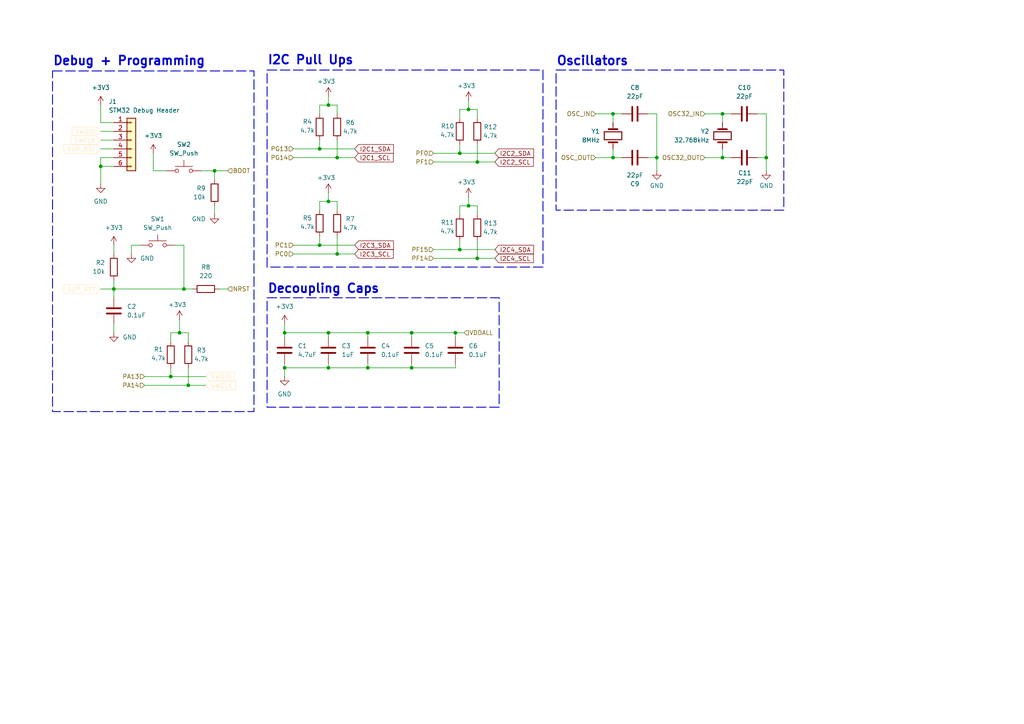
<source format=kicad_sch>
(kicad_sch (version 20250114) (generator "eeschema") (generator_version "9.0")
  (paper "A4")
  (title_block (title "HRVSTR") (date "2025-07-13") (rev "V1.0") (company "Smuggr"))
  (lib_symbols
    (symbol "Connector_Generic:Conn_01x06" (pin_names (offset 1.016) (hide yes))
      (property "Reference" "J" (at 0 7.62 0))
      (property "Value" "Conn_01x06" (at 0 -10.16 0))
      (symbol "Conn_01x06_1_1"
        (rectangle (start -1.27 6.35) (end 1.27 -8.89) (stroke (width 0.254)) (fill (type background)))
        (rectangle (start -1.27 5.207) (end 0 4.953) (stroke (width 0.1524)))
        (rectangle (start -1.27 2.667) (end 0 2.413) (stroke (width 0.1524)))
        (rectangle (start -1.27 0.127) (end 0 -0.127) (stroke (width 0.1524)))
        (rectangle (start -1.27 -2.413) (end 0 -2.667) (stroke (width 0.1524)))
        (rectangle (start -1.27 -4.953) (end 0 -5.207) (stroke (width 0.1524)))
        (rectangle (start -1.27 -7.493) (end 0 -7.747) (stroke (width 0.1524)))
        (pin passive line (at -5.08 5.08 0) (length 3.81) (name "Pin_1") (number "1"))
        (pin passive line (at -5.08 2.54 0) (length 3.81) (name "Pin_2") (number "2"))
        (pin passive line (at -5.08 0 0) (length 3.81) (name "Pin_3") (number "3"))
        (pin passive line (at -5.08 -2.54 0) (length 3.81) (name "Pin_4") (number "4"))
        (pin passive line (at -5.08 -5.08 0) (length 3.81) (name "Pin_5") (number "5"))
        (pin passive line (at -5.08 -7.62 0) (length 3.81) (name "Pin_6") (number "6"))
      )
    )
    (symbol "Device:C" (pin_numbers (hide yes)) (pin_names (offset 0.254))
      (property "Reference" "C" (at 0.635 2.54 0))
      (property "Value" "C" (at 0.635 -2.54 0))
      (symbol "C_0_1"
        (polyline (pts (xy -2.032 0.762) (xy 2.032 0.762)) (stroke (width 0.508)))
        (polyline (pts (xy -2.032 -0.762) (xy 2.032 -0.762)) (stroke (width 0.508)))
      )
      (symbol "C_1_1"
        (pin passive line (at 0 3.81 270) (length 2.794) (name "~") (number "1"))
        (pin passive line (at 0 -3.81 90) (length 2.794) (name "~") (number "2"))
      )
    )
    (symbol "Device:Crystal" (pin_numbers (hide yes)) (pin_names (offset 1.016) (hide yes))
      (property "Reference" "Y" (at 0 3.81 0))
      (property "Value" "Crystal" (at 0 -3.81 0))
      (symbol "Crystal_0_1"
        (polyline (pts (xy -2.54 0) (xy -1.905 0)))
        (polyline (pts (xy -1.905 -1.27) (xy -1.905 1.27)) (stroke (width 0.508)))
        (rectangle (start -1.143 2.54) (end 1.143 -2.54) (stroke (width 0.3048)))
        (polyline (pts (xy 1.905 -1.27) (xy 1.905 1.27)) (stroke (width 0.508)))
        (polyline (pts (xy 2.54 0) (xy 1.905 0)))
      )
      (symbol "Crystal_1_1"
        (pin passive line (at -3.81 0 0) (length 1.27) (name "1") (number "1"))
        (pin passive line (at 3.81 0 180) (length 1.27) (name "2") (number "2"))
      )
    )
    (symbol "Device:R" (pin_numbers (hide yes)) (pin_names (offset 0))
      (property "Reference" "R" (at 2.032 0 90))
      (property "Value" "R" (at 0 0 90))
      (symbol "R_0_1"
        (rectangle (start -1.016 -2.54) (end 1.016 2.54) (stroke (width 0.254)))
      )
      (symbol "R_1_1"
        (pin passive line (at 0 3.81 270) (length 1.27) (name "~") (number "1"))
        (pin passive line (at 0 -3.81 90) (length 1.27) (name "~") (number "2"))
      )
    )
    (symbol "Switch:SW_Push" (pin_numbers (hide yes)) (pin_names (offset 1.016) (hide yes))
      (property "Reference" "SW" (at 1.27 2.54 0))
      (property "Value" "SW_Push" (at 0 -1.524 0))
      (symbol "SW_Push_0_1"
        (circle (center -2.032 0) (radius 0.508))
        (polyline (pts (xy 0 1.27) (xy 0 3.048)))
        (circle (center 2.032 0) (radius 0.508))
        (polyline (pts (xy 2.54 1.27) (xy -2.54 1.27)))
        (pin passive line (at -5.08 0 0) (length 2.54) (name "1") (number "1"))
        (pin passive line (at 5.08 0 180) (length 2.54) (name "2") (number "2"))
      )
    )
    (symbol "power:+3V3" (power) (pin_numbers (hide yes)) (pin_names (offset 0) (hide yes))
      (property "Value" "+3V3" (at 0 3.556 0))
      (symbol "+3V3_0_1"
        (polyline (pts (xy -0.762 1.27) (xy 0 2.54)))
        (polyline (pts (xy 0 2.54) (xy 0.762 1.27)))
        (polyline (pts (xy 0 0) (xy 0 2.54)))
      )
      (symbol "+3V3_1_1"
        (pin power_in line (at 0 0 90) (length 0) (name "~") (number "1"))
      )
    )
    (symbol "power:GND" (power) (pin_numbers (hide yes)) (pin_names (offset 0) (hide yes))
      (property "Value" "GND" (at 0 -3.81 0))
      (symbol "GND_0_1"
        (polyline (pts (xy 0 0) (xy 0 -1.27) (xy 1.27 -1.27) (xy 0 -2.54) (xy -1.27 -1.27) (xy 0 -1.27)))
      )
      (symbol "GND_1_1"
        (pin power_in line (at 0 0 270) (length 0) (name "~") (number "1"))
      )
    )
  )
  (rectangle (start 15.24 20.574) (end 73.66 119.38) (stroke (width 0.254) (type dash)))
  (rectangle (start 161.29 20.32) (end 227.33 60.96) (stroke (width 0.254) (type dash)))
  (rectangle (start 77.47 20.32) (end 157.48 77.47) (stroke (width 0.254) (type dash)))
  (rectangle (start 77.47 86.36) (end 144.78 118.11) (stroke (width 0.254) (type dash)))
  (text "Decoupling Caps" (at 77.47 83.82 0) (effects (font (size 2.54 2.54) (thickness 0.508) (bold yes)) (justify left)))
  (text "I2C Pull Ups" (at 77.47 17.526 0) (effects (font (size 2.54 2.54) (thickness 0.508) (bold yes)) (justify left)))
  (text "Debug + Programming" (at 15.24 17.78 0) (effects (font (size 2.54 2.54) (thickness 0.508) (bold yes)) (justify left)))
  (text "Oscillators" (at 161.29 17.78 0) (effects (font (size 2.54 2.54) (thickness 0.508) (bold yes)) (justify left)))
  (junction (at 95.25 96.52))
  (junction (at 52.07 96.52))
  (junction (at 132.08 96.52))
  (junction (at 133.35 44.45))
  (junction (at 95.25 106.68))
  (junction (at 49.53 109.22))
  (junction (at 82.55 106.68))
  (junction (at 135.89 31.75))
  (junction (at 119.38 96.52))
  (junction (at 92.71 43.18))
  (junction (at 177.8 45.72))
  (junction (at 82.55 96.52))
  (junction (at 97.79 73.66))
  (junction (at 138.43 74.93))
  (junction (at 135.89 59.69))
  (junction (at 54.61 111.76))
  (junction (at 106.68 96.52))
  (junction (at 29.21 48.26))
  (junction (at 62.23 49.53))
  (junction (at 190.5 45.72))
  (junction (at 95.25 30.48))
  (junction (at 177.8 33.02))
  (junction (at 106.68 106.68))
  (junction (at 209.55 33.02))
  (junction (at 138.43 46.99))
  (junction (at 92.71 71.12))
  (junction (at 119.38 106.68))
  (junction (at 209.55 45.72))
  (junction (at 95.25 58.42))
  (junction (at 222.25 45.72))
  (junction (at 97.79 45.72))
  (junction (at 33.02 83.82))
  (junction (at 133.35 72.39))
  (junction (at 53.34 83.82))
  (wire (pts (xy 52.07 92.71) (xy 52.07 96.52)))
  (wire (pts (xy 138.43 59.69) (xy 138.43 62.23)))
  (wire (pts (xy 97.79 30.48) (xy 95.25 30.48)))
  (wire (pts (xy 138.43 69.85) (xy 138.43 74.93)))
  (wire (pts (xy 95.25 30.48) (xy 92.71 30.48)))
  (wire (pts (xy 97.79 40.64) (xy 97.79 45.72)))
  (wire (pts (xy 95.25 27.94) (xy 95.25 30.48)))
  (wire (pts (xy 143.51 46.99) (xy 138.43 46.99)))
  (wire (pts (xy 52.07 96.52) (xy 49.53 96.52)))
  (wire (pts (xy 209.55 35.56) (xy 209.55 33.02)))
  (wire (pts (xy 106.68 105.41) (xy 106.68 106.68)))
  (wire (pts (xy 135.89 57.15) (xy 135.89 59.69)))
  (wire (pts (xy 138.43 59.69) (xy 135.89 59.69)))
  (wire (pts (xy 132.08 105.41) (xy 132.08 106.68)))
  (wire (pts (xy 54.61 96.52) (xy 52.07 96.52)))
  (wire (pts (xy 48.26 49.53) (xy 44.45 49.53)))
  (wire (pts (xy 95.25 96.52) (xy 82.55 96.52)))
  (wire (pts (xy 97.79 30.48) (xy 97.79 33.02)))
  (wire (pts (xy 82.55 96.52) (xy 82.55 97.79)))
  (wire (pts (xy 63.5 83.82) (xy 66.04 83.82)))
  (wire (pts (xy 102.87 73.66) (xy 97.79 73.66)))
  (wire (pts (xy 102.87 45.72) (xy 97.79 45.72)))
  (wire (pts (xy 133.35 31.75) (xy 133.35 34.29)))
  (wire (pts (xy 29.21 38.1) (xy 33.02 38.1)))
  (wire (pts (xy 44.45 44.45) (xy 44.45 49.53)))
  (wire (pts (xy 172.72 45.72) (xy 177.8 45.72)))
  (wire (pts (xy 177.8 43.18) (xy 177.8 45.72)))
  (wire (pts (xy 190.5 33.02) (xy 190.5 45.72)))
  (wire (pts (xy 212.09 45.72) (xy 209.55 45.72)))
  (wire (pts (xy 135.89 59.69) (xy 133.35 59.69)))
  (wire (pts (xy 33.02 93.98) (xy 33.02 96.52)))
  (wire (pts (xy 41.91 111.76) (xy 54.61 111.76)))
  (wire (pts (xy 33.02 83.82) (xy 53.34 83.82)))
  (wire (pts (xy 190.5 33.02) (xy 187.96 33.02)))
  (wire (pts (xy 29.21 43.18) (xy 33.02 43.18)))
  (wire (pts (xy 95.25 58.42) (xy 92.71 58.42)))
  (wire (pts (xy 138.43 41.91) (xy 138.43 46.99)))
  (wire (pts (xy 85.09 73.66) (xy 97.79 73.66)))
  (wire (pts (xy 29.21 83.82) (xy 33.02 83.82)))
  (wire (pts (xy 92.71 71.12) (xy 85.09 71.12)))
  (wire (pts (xy 102.87 71.12) (xy 92.71 71.12)))
  (wire (pts (xy 49.53 106.68) (xy 49.53 109.22)))
  (wire (pts (xy 33.02 81.28) (xy 33.02 83.82)))
  (wire (pts (xy 97.79 58.42) (xy 97.79 60.96)))
  (wire (pts (xy 106.68 97.79) (xy 106.68 96.52)))
  (wire (pts (xy 58.42 49.53) (xy 62.23 49.53)))
  (wire (pts (xy 119.38 96.52) (xy 106.68 96.52)))
  (wire (pts (xy 29.21 30.48) (xy 29.21 35.56)))
  (wire (pts (xy 177.8 35.56) (xy 177.8 33.02)))
  (wire (pts (xy 132.08 97.79) (xy 132.08 96.52)))
  (wire (pts (xy 92.71 30.48) (xy 92.71 33.02)))
  (wire (pts (xy 138.43 31.75) (xy 138.43 34.29)))
  (wire (pts (xy 102.87 43.18) (xy 92.71 43.18)))
  (wire (pts (xy 119.38 97.79) (xy 119.38 96.52)))
  (wire (pts (xy 62.23 59.69) (xy 62.23 62.23)))
  (wire (pts (xy 54.61 96.52) (xy 54.61 99.06)))
  (wire (pts (xy 222.25 33.02) (xy 222.25 45.72)))
  (wire (pts (xy 135.89 29.21) (xy 135.89 31.75)))
  (wire (pts (xy 133.35 44.45) (xy 125.73 44.45)))
  (wire (pts (xy 125.73 74.93) (xy 138.43 74.93)))
  (wire (pts (xy 204.47 33.02) (xy 209.55 33.02)))
  (wire (pts (xy 138.43 31.75) (xy 135.89 31.75)))
  (wire (pts (xy 95.25 97.79) (xy 95.25 96.52)))
  (wire (pts (xy 132.08 96.52) (xy 119.38 96.52)))
  (wire (pts (xy 125.73 46.99) (xy 138.43 46.99)))
  (wire (pts (xy 62.23 49.53) (xy 62.23 52.07)))
  (wire (pts (xy 59.69 109.22) (xy 49.53 109.22)))
  (wire (pts (xy 119.38 105.41) (xy 119.38 106.68)))
  (wire (pts (xy 53.34 71.12) (xy 50.8 71.12)))
  (wire (pts (xy 219.71 33.02) (xy 222.25 33.02)))
  (wire (pts (xy 82.55 93.98) (xy 82.55 96.52)))
  (wire (pts (xy 92.71 68.58) (xy 92.71 71.12)))
  (wire (pts (xy 187.96 45.72) (xy 190.5 45.72)))
  (wire (pts (xy 82.55 106.68) (xy 82.55 109.22)))
  (wire (pts (xy 92.71 43.18) (xy 85.09 43.18)))
  (wire (pts (xy 53.34 83.82) (xy 55.88 83.82)))
  (wire (pts (xy 54.61 106.68) (xy 54.61 111.76)))
  (wire (pts (xy 177.8 33.02) (xy 180.34 33.02)))
  (wire (pts (xy 212.09 33.02) (xy 209.55 33.02)))
  (wire (pts (xy 62.23 49.53) (xy 66.04 49.53)))
  (wire (pts (xy 49.53 109.22) (xy 41.91 109.22)))
  (wire (pts (xy 132.08 106.68) (xy 119.38 106.68)))
  (wire (pts (xy 97.79 68.58) (xy 97.79 73.66)))
  (wire (pts (xy 29.21 35.56) (xy 33.02 35.56)))
  (wire (pts (xy 92.71 40.64) (xy 92.71 43.18)))
  (wire (pts (xy 85.09 45.72) (xy 97.79 45.72)))
  (wire (pts (xy 177.8 45.72) (xy 180.34 45.72)))
  (wire (pts (xy 53.34 71.12) (xy 53.34 83.82)))
  (wire (pts (xy 135.89 31.75) (xy 133.35 31.75)))
  (wire (pts (xy 95.25 55.88) (xy 95.25 58.42)))
  (wire (pts (xy 82.55 105.41) (xy 82.55 106.68)))
  (wire (pts (xy 59.69 111.76) (xy 54.61 111.76)))
  (wire (pts (xy 33.02 83.82) (xy 33.02 86.36)))
  (wire (pts (xy 97.79 58.42) (xy 95.25 58.42)))
  (wire (pts (xy 29.21 45.72) (xy 29.21 48.26)))
  (wire (pts (xy 29.21 40.64) (xy 33.02 40.64)))
  (wire (pts (xy 95.25 106.68) (xy 82.55 106.68)))
  (wire (pts (xy 95.25 105.41) (xy 95.25 106.68)))
  (wire (pts (xy 190.5 45.72) (xy 190.5 49.53)))
  (wire (pts (xy 33.02 71.12) (xy 33.02 73.66)))
  (wire (pts (xy 133.35 41.91) (xy 133.35 44.45)))
  (wire (pts (xy 209.55 43.18) (xy 209.55 45.72)))
  (wire (pts (xy 204.47 45.72) (xy 209.55 45.72)))
  (wire (pts (xy 133.35 69.85) (xy 133.35 72.39)))
  (wire (pts (xy 29.21 53.34) (xy 29.21 48.26)))
  (wire (pts (xy 92.71 58.42) (xy 92.71 60.96)))
  (wire (pts (xy 143.51 72.39) (xy 133.35 72.39)))
  (wire (pts (xy 29.21 48.26) (xy 33.02 48.26)))
  (wire (pts (xy 133.35 72.39) (xy 125.73 72.39)))
  (wire (pts (xy 219.71 45.72) (xy 222.25 45.72)))
  (wire (pts (xy 40.64 71.12) (xy 38.1 71.12)))
  (wire (pts (xy 38.1 71.12) (xy 38.1 73.66)))
  (wire (pts (xy 132.08 96.52) (xy 134.62 96.52)))
  (wire (pts (xy 106.68 96.52) (xy 95.25 96.52)))
  (wire (pts (xy 222.25 45.72) (xy 222.25 49.53)))
  (wire (pts (xy 33.02 45.72) (xy 29.21 45.72)))
  (wire (pts (xy 119.38 106.68) (xy 106.68 106.68)))
  (wire (pts (xy 49.53 96.52) (xy 49.53 99.06)))
  (wire (pts (xy 172.72 33.02) (xy 177.8 33.02)))
  (wire (pts (xy 106.68 106.68) (xy 95.25 106.68)))
  (wire (pts (xy 143.51 44.45) (xy 133.35 44.45)))
  (wire (pts (xy 143.51 74.93) (xy 138.43 74.93)))
  (wire (pts (xy 133.35 59.69) (xy 133.35 62.23)))
  (global_label "SWDIO" (shape input) (at 29.21 38.1 180) (property "Intersheetrefs" "${INTERSHEET_REFS}" (effects (hide yes))))
  (global_label "SWCLK" (shape input) (at 29.21 40.64 180) (property "Intersheetrefs" "${INTERSHEET_REFS}" (effects (hide yes))))
  (global_label "I2C1_SDA" (shape input) (at 102.87 43.18 0) (property "Intersheetrefs" "${INTERSHEET_REFS}" (effects (hide yes))))
  (global_label "SUP_RST" (shape input) (at 29.21 43.18 180) (property "Intersheetrefs" "${INTERSHEET_REFS}" (effects (hide yes))))
  (global_label "I2C4_SCL" (shape input) (at 143.51 74.93 0) (property "Intersheetrefs" "${INTERSHEET_REFS}" (effects (hide yes))))
  (global_label "SWCLK" (shape input) (at 59.69 111.76 0) (property "Intersheetrefs" "${INTERSHEET_REFS}" (effects (hide yes))))
  (global_label "I2C3_SDA" (shape input) (at 102.87 71.12 0) (property "Intersheetrefs" "${INTERSHEET_REFS}" (effects (hide yes))))
  (global_label "I2C2_SCL" (shape input) (at 143.51 46.99 0) (property "Intersheetrefs" "${INTERSHEET_REFS}" (effects (hide yes))))
  (global_label "I2C3_SCL" (shape input) (at 102.87 73.66 0) (property "Intersheetrefs" "${INTERSHEET_REFS}" (effects (hide yes))))
  (global_label "SUP_RST" (shape input) (at 29.21 83.82 180) (property "Intersheetrefs" "${INTERSHEET_REFS}" (effects (hide yes))))
  (global_label "I2C2_SDA" (shape input) (at 143.51 44.45 0) (property "Intersheetrefs" "${INTERSHEET_REFS}" (effects (hide yes))))
  (global_label "SWDIO" (shape input) (at 59.69 109.22 0) (property "Intersheetrefs" "${INTERSHEET_REFS}" (effects (hide yes))))
  (global_label "I2C1_SCL" (shape input) (at 102.87 45.72 0) (property "Intersheetrefs" "${INTERSHEET_REFS}" (effects (hide yes))))
  (global_label "I2C4_SDA" (shape input) (at 143.51 72.39 0) (property "Intersheetrefs" "${INTERSHEET_REFS}" (effects (hide yes))))
  (hierarchical_label "PC1" (shape input) (at 85.09 71.12 180))
  (hierarchical_label "NRST" (shape input) (at 66.04 83.82 0))
  (hierarchical_label "PA14" (shape input) (at 41.91 111.76 180))
  (hierarchical_label "PA13" (shape input) (at 41.91 109.22 180))
  (hierarchical_label "VDDALL" (shape input) (at 134.62 96.52 0))
  (hierarchical_label "BOOT" (shape input) (at 66.04 49.53 0))
  (hierarchical_label "OSC32_IN" (shape input) (at 204.47 33.02 180))
  (hierarchical_label "PC0" (shape input) (at 85.09 73.66 180))
  (hierarchical_label "PG13" (shape input) (at 85.09 43.18 180))
  (hierarchical_label "OSC_OUT" (shape input) (at 172.72 45.72 180))
  (hierarchical_label "PF14" (shape input) (at 125.73 74.93 180))
  (hierarchical_label "PF0" (shape input) (at 125.73 44.45 180))
  (hierarchical_label "PG14" (shape input) (at 85.09 45.72 180))
  (hierarchical_label "OSC32_OUT" (shape input) (at 204.47 45.72 180))
  (hierarchical_label "PF15" (shape input) (at 125.73 72.39 180))
  (hierarchical_label "PF1" (shape input) (at 125.73 46.99 180))
  (hierarchical_label "OSC_IN" (shape input) (at 172.72 33.02 180))
  (symbol (lib_id "Device:C") (at 215.9 33.02 90) (mirror x) (unit 1)
    (property "Reference" "C10" (at 215.9 25.4 90))
    (property "Value" "22pF" (at 215.9 27.94 90))
    (property "Description" "Unpolarized capacitor" (effects (hide yes)))
  )
  (symbol (lib_id "Device:C") (at 215.9 45.72 90) (mirror x) (unit 1)
    (property "Reference" "C11" (at 216.027 50.165 90))
    (property "Value" "22pF" (at 216.027 52.705 90))
    (property "Description" "Unpolarized capacitor" (effects (hide yes)))
  )
  (symbol (lib_id "power:+3V3") (at 95.25 27.94 0) (unit 1)
    (property "Reference" "#PWR06" (effects (hide yes)))
    (property "Value" "+3V3" (at 91.948 23.622 0) (effects (justify left)))
    (property "Description" "Power symbol creates a global label with name \"+3V3\"" (effects (hide yes)))
  )
  (symbol (lib_id "power:GND") (at 33.02 96.52 0) (unit 1)
    (property "Reference" "#PWR05" (effects (hide yes)))
    (property "Value" "GND" (at 35.56 97.7899 0) (effects (justify left)))
    (property "Description" "Power symbol creates a global label with name \"GND\" , ground" (effects (hide yes)))
  )
  (symbol (lib_id "Device:C") (at 119.38 101.6 0) (unit 1)
    (property "Reference" "C5" (at 123.19 100.3299 0) (effects (justify left)))
    (property "Value" "0.1uF" (at 123.19 102.8699 0) (effects (justify left)))
    (property "Description" "Unpolarized capacitor" (effects (hide yes)))
  )
  (symbol (lib_id "power:GND") (at 29.21 53.34 0) (unit 1)
    (property "Reference" "#PWR011" (effects (hide yes)))
    (property "Value" "GND" (at 29.21 58.42 0))
    (property "Description" "Power symbol creates a global label with name \"GND\" , ground" (effects (hide yes)))
  )
  (symbol (lib_id "Device:R") (at 92.71 64.77 0) (mirror x) (unit 1)
    (property "Reference" "R5" (at 89.154 63.246 0))
    (property "Value" "4.7k" (at 89.154 65.786 0))
    (property "Description" "Resistor" (effects (hide yes)))
  )
  (symbol (lib_id "Device:R") (at 59.69 83.82 90) (unit 1)
    (property "Reference" "R8" (at 59.69 77.47 90))
    (property "Value" "220" (at 59.69 80.01 90))
    (property "Description" "Resistor" (effects (hide yes)))
  )
  (symbol (lib_id "Switch:SW_Push") (at 45.72 71.12 0) (unit 1)
    (property "Reference" "SW1" (at 45.72 63.5 0))
    (property "Value" "SW_Push" (at 45.72 66.04 0))
    (property "Description" "Push button switch, generic, two pins" (effects (hide yes)))
  )
  (symbol (lib_id "Device:Crystal") (at 209.55 39.37 90) (unit 1)
    (property "Reference" "Y2" (at 205.74 38.1 90) (effects (justify left)))
    (property "Value" "32.768kHz" (at 205.74 40.64 90) (effects (justify left)))
    (property "Description" "Two pin crystal" (effects (hide yes)))
  )
  (symbol (lib_id "Device:R") (at 33.02 77.47 0) (mirror y) (unit 1)
    (property "Reference" "R2" (at 30.48 76.1999 0) (effects (justify left)))
    (property "Value" "10k" (at 30.48 78.7399 0) (effects (justify left)))
    (property "Description" "Resistor" (effects (hide yes)))
  )
  (symbol (lib_id "Device:R") (at 62.23 55.88 0) (mirror y) (unit 1)
    (property "Reference" "R9" (at 59.69 54.6099 0) (effects (justify left)))
    (property "Value" "10k" (at 59.69 57.1499 0) (effects (justify left)))
    (property "Description" "Resistor" (effects (hide yes)))
  )
  (symbol (lib_id "power:+3V3") (at 135.89 57.15 0) (unit 1)
    (property "Reference" "#PWR014" (effects (hide yes)))
    (property "Value" "+3V3" (at 132.588 52.832 0) (effects (justify left)))
    (property "Description" "Power symbol creates a global label with name \"+3V3\"" (effects (hide yes)))
  )
  (symbol (lib_id "power:GND") (at 222.25 49.53 0) (mirror y) (unit 1)
    (property "Reference" "#PWR017" (effects (hide yes)))
    (property "Value" "GND" (at 220.218 53.848 0) (effects (justify right)))
    (property "Description" "Power symbol creates a global label with name \"GND\" , ground" (effects (hide yes)))
  )
  (symbol (lib_id "Device:R") (at 49.53 102.87 0) (mirror x) (unit 1)
    (property "Reference" "R1" (at 45.974 101.346 0))
    (property "Value" "4.7k" (at 45.974 103.886 0))
    (property "Description" "Resistor" (effects (hide yes)))
  )
  (symbol (lib_id "power:+3V3") (at 82.55 93.98 0) (unit 1)
    (property "Reference" "#PWR01" (effects (hide yes)))
    (property "Value" "+3V3" (at 82.55 88.9 0))
    (property "Description" "Power symbol creates a global label with name \"+3V3\"" (effects (hide yes)))
  )
  (symbol (lib_id "Device:C") (at 82.55 101.6 0) (unit 1)
    (property "Reference" "C1" (at 86.36 100.3299 0) (effects (justify left)))
    (property "Value" "4.7uF" (at 86.36 102.8699 0) (effects (justify left)))
    (property "Description" "Unpolarized capacitor" (effects (hide yes)))
  )
  (symbol (lib_id "Device:R") (at 54.61 102.87 180) (unit 1)
    (property "Reference" "R3" (at 58.42 101.6 0))
    (property "Value" "4.7k" (at 58.42 104.14 0))
    (property "Description" "Resistor" (effects (hide yes)))
  )
  (symbol (lib_id "Device:C") (at 184.15 45.72 90) (unit 1)
    (property "Reference" "C9" (at 184.15 53.34 90))
    (property "Value" "22pF" (at 184.15 50.8 90))
    (property "Description" "Unpolarized capacitor" (effects (hide yes)))
  )
  (symbol (lib_id "power:+3V3") (at 44.45 44.45 0) (unit 1)
    (property "Reference" "#PWR09" (effects (hide yes)))
    (property "Value" "+3V3" (at 44.45 39.37 0))
    (property "Description" "Power symbol creates a global label with name \"+3V3\"" (effects (hide yes)))
  )
  (symbol (lib_id "Device:C") (at 184.15 33.02 90) (mirror x) (unit 1)
    (property "Reference" "C8" (at 184.15 25.4 90))
    (property "Value" "22pF" (at 184.15 27.94 90))
    (property "Description" "Unpolarized capacitor" (effects (hide yes)))
  )
  (symbol (lib_id "Device:C") (at 132.08 101.6 0) (unit 1)
    (property "Reference" "C6" (at 135.89 100.3299 0) (effects (justify left)))
    (property "Value" "0.1uF" (at 135.89 102.8699 0) (effects (justify left)))
    (property "Description" "Unpolarized capacitor" (effects (hide yes)))
  )
  (symbol (lib_id "Device:R") (at 97.79 36.83 180) (unit 1)
    (property "Reference" "R6" (at 101.6 35.56 0))
    (property "Value" "4.7k" (at 101.6 38.1 0))
    (property "Description" "Resistor" (effects (hide yes)))
  )
  (symbol (lib_id "Connector_Generic:Conn_01x06") (at 38.1 40.64 0) (unit 1) (in_bom no)
    (property "Reference" "J1" (at 31.496 29.464 0) (effects (justify left)))
    (property "Value" "STM32 Debug Header" (at 31.496 32.004 0) (effects (justify left)))
    (property "Description" "Generic connector, single row, 01x06, script generated (kicad-library-utils/schlib/autogen/connector/)" (effects (hide yes)))
  )
  (symbol (lib_id "power:+3V3") (at 29.21 30.48 0) (unit 1)
    (property "Reference" "#PWR010" (effects (hide yes)))
    (property "Value" "+3V3" (at 29.21 25.4 0))
    (property "Description" "Power symbol creates a global label with name \"+3V3\"" (effects (hide yes)))
  )
  (symbol (lib_id "Device:Crystal") (at 177.8 39.37 270) (unit 1)
    (property "Reference" "Y1" (at 173.99 38.1 90) (effects (justify right)))
    (property "Value" "8MHz" (at 173.99 40.64 90) (effects (justify right)))
    (property "Description" "Two pin crystal" (effects (hide yes)))
  )
  (symbol (lib_id "Switch:SW_Push") (at 53.34 49.53 0) (unit 1)
    (property "Reference" "SW2" (at 53.34 41.91 0))
    (property "Value" "SW_Push" (at 53.34 44.45 0))
    (property "Description" "Push button switch, generic, two pins" (effects (hide yes)))
  )
  (symbol (lib_id "Device:R") (at 97.79 64.77 180) (unit 1)
    (property "Reference" "R7" (at 101.6 63.5 0))
    (property "Value" "4.7k" (at 101.6 66.04 0))
    (property "Description" "Resistor" (effects (hide yes)))
  )
  (symbol (lib_id "power:+3V3") (at 95.25 55.88 0) (unit 1)
    (property "Reference" "#PWR07" (effects (hide yes)))
    (property "Value" "+3V3" (at 91.948 51.562 0) (effects (justify left)))
    (property "Description" "Power symbol creates a global label with name \"+3V3\"" (effects (hide yes)))
  )
  (symbol (lib_id "Device:R") (at 133.35 38.1 0) (mirror x) (unit 1)
    (property "Reference" "R10" (at 129.794 36.576 0))
    (property "Value" "4.7k" (at 129.794 39.116 0))
    (property "Description" "Resistor" (effects (hide yes)))
  )
  (symbol (lib_id "Device:R") (at 138.43 38.1 180) (unit 1)
    (property "Reference" "R12" (at 142.24 36.83 0))
    (property "Value" "4.7k" (at 142.24 39.37 0))
    (property "Description" "Resistor" (effects (hide yes)))
  )
  (symbol (lib_id "Device:C") (at 95.25 101.6 0) (unit 1)
    (property "Reference" "C3" (at 99.06 100.3299 0) (effects (justify left)))
    (property "Value" "1uF" (at 99.06 102.8699 0) (effects (justify left)))
    (property "Description" "Unpolarized capacitor" (effects (hide yes)))
  )
  (symbol (lib_id "Device:C") (at 106.68 101.6 0) (unit 1)
    (property "Reference" "C4" (at 110.49 100.3299 0) (effects (justify left)))
    (property "Value" "0.1uF" (at 110.49 102.8699 0) (effects (justify left)))
    (property "Description" "Unpolarized capacitor" (effects (hide yes)))
  )
  (symbol (lib_id "power:+3V3") (at 135.89 29.21 0) (unit 1)
    (property "Reference" "#PWR013" (effects (hide yes)))
    (property "Value" "+3V3" (at 132.588 24.892 0) (effects (justify left)))
    (property "Description" "Power symbol creates a global label with name \"+3V3\"" (effects (hide yes)))
  )
  (symbol (lib_id "power:GND") (at 190.5 49.53 0) (unit 1)
    (property "Reference" "#PWR016" (effects (hide yes)))
    (property "Value" "GND" (at 188.468 53.848 0) (effects (justify left)))
    (property "Description" "Power symbol creates a global label with name \"GND\" , ground" (effects (hide yes)))
  )
  (symbol (lib_id "Device:R") (at 133.35 66.04 0) (mirror x) (unit 1)
    (property "Reference" "R11" (at 129.794 64.516 0))
    (property "Value" "4.7k" (at 129.794 67.056 0))
    (property "Description" "Resistor" (effects (hide yes)))
  )
  (symbol (lib_id "Device:C") (at 33.02 90.17 0) (mirror y) (unit 1)
    (property "Reference" "C2" (at 36.83 88.8999 0) (effects (justify right)))
    (property "Value" "0.1uF" (at 36.83 91.4399 0) (effects (justify right)))
    (property "Description" "Unpolarized capacitor" (effects (hide yes)))
  )
  (symbol (lib_id "Device:R") (at 92.71 36.83 0) (mirror x) (unit 1)
    (property "Reference" "R4" (at 89.154 35.306 0))
    (property "Value" "4.7k" (at 89.154 37.846 0))
    (property "Description" "Resistor" (effects (hide yes)))
  )
  (symbol (lib_id "power:GND") (at 38.1 73.66 0) (unit 1)
    (property "Reference" "#PWR08" (effects (hide yes)))
    (property "Value" "GND" (at 40.64 74.9299 0) (effects (justify left)))
    (property "Description" "Power symbol creates a global label with name \"GND\" , ground" (effects (hide yes)))
  )
  (symbol (lib_id "power:+3V3") (at 52.07 92.71 0) (unit 1)
    (property "Reference" "#PWR03" (effects (hide yes)))
    (property "Value" "+3V3" (at 48.768 88.392 0) (effects (justify left)))
    (property "Description" "Power symbol creates a global label with name \"+3V3\"" (effects (hide yes)))
  )
  (symbol (lib_id "power:+3V3") (at 33.02 71.12 0) (unit 1)
    (property "Reference" "#PWR04" (effects (hide yes)))
    (property "Value" "+3V3" (at 33.02 66.04 0))
    (property "Description" "Power symbol creates a global label with name \"+3V3\"" (effects (hide yes)))
  )
  (symbol (lib_id "Device:R") (at 138.43 66.04 180) (unit 1)
    (property "Reference" "R13" (at 142.24 64.77 0))
    (property "Value" "4.7k" (at 142.24 67.31 0))
    (property "Description" "Resistor" (effects (hide yes)))
  )
  (symbol (lib_id "power:GND") (at 82.55 109.22 0) (unit 1)
    (property "Reference" "#PWR02" (effects (hide yes)))
    (property "Value" "GND" (at 82.55 114.3 0))
    (property "Description" "Power symbol creates a global label with name \"GND\" , ground" (effects (hide yes)))
  )
  (symbol (lib_id "power:GND") (at 62.23 62.23 0) (mirror y) (unit 1)
    (property "Reference" "#PWR012" (effects (hide yes)))
    (property "Value" "GND" (at 59.69 63.4999 0) (effects (justify left)))
    (property "Description" "Power symbol creates a global label with name \"GND\" , ground" (effects (hide yes)))
  )
)
</source>
